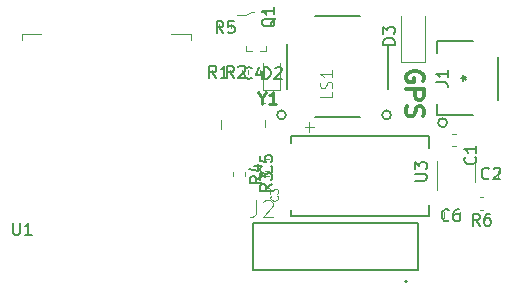
<source format=gbr>
G04 #@! TF.GenerationSoftware,KiCad,Pcbnew,(5.1.5)-3*
G04 #@! TF.CreationDate,2021-08-13T16:15:14-07:00*
G04 #@! TF.ProjectId,Xenigotchi-v1.5,58656e69-676f-4746-9368-692d76312e35,rev?*
G04 #@! TF.SameCoordinates,Original*
G04 #@! TF.FileFunction,Legend,Top*
G04 #@! TF.FilePolarity,Positive*
%FSLAX46Y46*%
G04 Gerber Fmt 4.6, Leading zero omitted, Abs format (unit mm)*
G04 Created by KiCad (PCBNEW (5.1.5)-3) date 2021-08-13 16:15:14*
%MOMM*%
%LPD*%
G04 APERTURE LIST*
%ADD10C,0.300000*%
%ADD11C,0.120000*%
%ADD12C,0.152400*%
%ADD13C,0.127000*%
%ADD14C,0.100000*%
%ADD15C,0.200000*%
%ADD16C,0.150000*%
%ADD17C,0.015000*%
%ADD18C,0.250000*%
G04 APERTURE END LIST*
D10*
X182450000Y-103128571D02*
X182521428Y-102985714D01*
X182521428Y-102771428D01*
X182450000Y-102557142D01*
X182307142Y-102414285D01*
X182164285Y-102342857D01*
X181878571Y-102271428D01*
X181664285Y-102271428D01*
X181378571Y-102342857D01*
X181235714Y-102414285D01*
X181092857Y-102557142D01*
X181021428Y-102771428D01*
X181021428Y-102914285D01*
X181092857Y-103128571D01*
X181164285Y-103200000D01*
X181664285Y-103200000D01*
X181664285Y-102914285D01*
X181021428Y-103842857D02*
X182521428Y-103842857D01*
X182521428Y-104414285D01*
X182450000Y-104557142D01*
X182378571Y-104628571D01*
X182235714Y-104700000D01*
X182021428Y-104700000D01*
X181878571Y-104628571D01*
X181807142Y-104557142D01*
X181735714Y-104414285D01*
X181735714Y-103842857D01*
X181092857Y-105271428D02*
X181021428Y-105485714D01*
X181021428Y-105842857D01*
X181092857Y-105985714D01*
X181164285Y-106057142D01*
X181307142Y-106128571D01*
X181450000Y-106128571D01*
X181592857Y-106057142D01*
X181664285Y-105985714D01*
X181735714Y-105842857D01*
X181807142Y-105557142D01*
X181878571Y-105414285D01*
X181950000Y-105342857D01*
X182092857Y-105271428D01*
X182235714Y-105271428D01*
X182378571Y-105342857D01*
X182450000Y-105414285D01*
X182521428Y-105557142D01*
X182521428Y-105914285D01*
X182450000Y-106128571D01*
D11*
X180600000Y-101550000D02*
X180600000Y-97650000D01*
X182600000Y-101550000D02*
X182600000Y-97650000D01*
X180600000Y-101550000D02*
X182600000Y-101550000D01*
D12*
X179740200Y-106001500D02*
G75*
G03X179740200Y-106001500I-381000J0D01*
G01*
D11*
X183590000Y-109900000D02*
X183590000Y-112350000D01*
X186810000Y-111700000D02*
X186810000Y-109900000D01*
X187562779Y-112990000D02*
X187237221Y-112990000D01*
X187562779Y-114010000D02*
X187237221Y-114010000D01*
D12*
X170840200Y-106001500D02*
G75*
G03X170840200Y-106001500I-381000J0D01*
G01*
X184482500Y-106659200D02*
G75*
G03X184482500Y-106659200I-381000J0D01*
G01*
X183596500Y-105062940D02*
X183596500Y-106024200D01*
X186691261Y-99775800D02*
X183596500Y-99775800D01*
X188803500Y-104719559D02*
X188803500Y-101080441D01*
X183596500Y-106024200D02*
X186691261Y-106024200D01*
X183596500Y-99775800D02*
X183596500Y-100737060D01*
D13*
X179450000Y-103800000D02*
X179450000Y-100000000D01*
X170950000Y-100000000D02*
X170950000Y-103800000D01*
X173300000Y-106150000D02*
X177100000Y-106150000D01*
X177100000Y-97650000D02*
X173300000Y-97650000D01*
D14*
X168125000Y-97250000D02*
X167850000Y-97250000D01*
X167850000Y-97250000D02*
X167475000Y-97525000D01*
X167475000Y-97525000D02*
X167475000Y-97575000D01*
X167475000Y-97575000D02*
X166700000Y-97575000D01*
X167950000Y-100550000D02*
X167475000Y-100550000D01*
X167475000Y-100550000D02*
X167475000Y-100200000D01*
X169125000Y-100325000D02*
X169125000Y-100200000D01*
X169125000Y-100250000D02*
X169125000Y-100550000D01*
X169125000Y-100550000D02*
X168675000Y-100550000D01*
X168750000Y-97250000D02*
X169125000Y-97250000D01*
X169125000Y-97250000D02*
X169125000Y-97550000D01*
D11*
X168610000Y-102562779D02*
X168610000Y-102237221D01*
X167590000Y-102562779D02*
X167590000Y-102237221D01*
D13*
X171250000Y-114037000D02*
X171250000Y-114600000D01*
X171250000Y-114600000D02*
X182950000Y-114600000D01*
X182950000Y-114600000D02*
X182950000Y-113638000D01*
X182950000Y-108762000D02*
X182950000Y-107800000D01*
X182950000Y-107800000D02*
X171250000Y-107800000D01*
X171250000Y-107800000D02*
X171250000Y-108343000D01*
D11*
X162800000Y-99630000D02*
X162800000Y-99120000D01*
X162800000Y-99120000D02*
X161100000Y-99120000D01*
X148500000Y-99630000D02*
X148500000Y-99120000D01*
X148500000Y-99120000D02*
X150100000Y-99120000D01*
D14*
X169050000Y-106400000D02*
X169050000Y-107000000D01*
X165350000Y-106400000D02*
X165350000Y-107200000D01*
X169000000Y-105000000D02*
X169000000Y-105000000D01*
X169100000Y-105000000D02*
X169100000Y-105000000D01*
X169100000Y-105000000D02*
G75*
G02X169000000Y-105000000I-50000J0D01*
G01*
X169000000Y-105000000D02*
G75*
G02X169100000Y-105000000I50000J0D01*
G01*
D13*
X182010000Y-115120000D02*
X182010000Y-119120000D01*
X182010000Y-119120000D02*
X168010000Y-119120000D01*
X168010000Y-119120000D02*
X168010000Y-115120000D01*
X168010000Y-115120000D02*
X182010000Y-115120000D01*
D15*
X181110000Y-120120000D02*
G75*
G03X181110000Y-120120000I-100000J0D01*
G01*
D11*
X166090000Y-102237221D02*
X166090000Y-102562779D01*
X167110000Y-102237221D02*
X167110000Y-102562779D01*
X184190000Y-114178922D02*
X184190000Y-114696078D01*
X185610000Y-114178922D02*
X185610000Y-114696078D01*
X188810000Y-111258578D02*
X188810000Y-110741422D01*
X187390000Y-111258578D02*
X187390000Y-110741422D01*
X169049721Y-110710000D02*
X169375279Y-110710000D01*
X169049721Y-109690000D02*
X169375279Y-109690000D01*
X165190000Y-98337221D02*
X165190000Y-98662779D01*
X166210000Y-98337221D02*
X166210000Y-98662779D01*
X170335000Y-103885000D02*
X170335000Y-101600000D01*
X168865000Y-103885000D02*
X170335000Y-103885000D01*
X168865000Y-101600000D02*
X168865000Y-103885000D01*
X166390000Y-110837221D02*
X166390000Y-111162779D01*
X167410000Y-110837221D02*
X167410000Y-111162779D01*
X184937221Y-108610000D02*
X185262779Y-108610000D01*
X184937221Y-107590000D02*
X185262779Y-107590000D01*
X164590000Y-102237221D02*
X164590000Y-102562779D01*
X165610000Y-102237221D02*
X165610000Y-102562779D01*
X169037221Y-112210000D02*
X169362779Y-112210000D01*
X169037221Y-111190000D02*
X169362779Y-111190000D01*
D16*
X180052380Y-100038095D02*
X179052380Y-100038095D01*
X179052380Y-99800000D01*
X179100000Y-99657142D01*
X179195238Y-99561904D01*
X179290476Y-99514285D01*
X179480952Y-99466666D01*
X179623809Y-99466666D01*
X179814285Y-99514285D01*
X179909523Y-99561904D01*
X180004761Y-99657142D01*
X180052380Y-99800000D01*
X180052380Y-100038095D01*
X179052380Y-99133333D02*
X179052380Y-98514285D01*
X179433333Y-98847619D01*
X179433333Y-98704761D01*
X179480952Y-98609523D01*
X179528571Y-98561904D01*
X179623809Y-98514285D01*
X179861904Y-98514285D01*
X179957142Y-98561904D01*
X180004761Y-98609523D01*
X180052380Y-98704761D01*
X180052380Y-98990476D01*
X180004761Y-99085714D01*
X179957142Y-99133333D01*
X181752380Y-111561904D02*
X182561904Y-111561904D01*
X182657142Y-111514285D01*
X182704761Y-111466666D01*
X182752380Y-111371428D01*
X182752380Y-111180952D01*
X182704761Y-111085714D01*
X182657142Y-111038095D01*
X182561904Y-110990476D01*
X181752380Y-110990476D01*
X181752380Y-110609523D02*
X181752380Y-109990476D01*
X182133333Y-110323809D01*
X182133333Y-110180952D01*
X182180952Y-110085714D01*
X182228571Y-110038095D01*
X182323809Y-109990476D01*
X182561904Y-109990476D01*
X182657142Y-110038095D01*
X182704761Y-110085714D01*
X182752380Y-110180952D01*
X182752380Y-110466666D01*
X182704761Y-110561904D01*
X182657142Y-110609523D01*
X187233333Y-115382380D02*
X186900000Y-114906190D01*
X186661904Y-115382380D02*
X186661904Y-114382380D01*
X187042857Y-114382380D01*
X187138095Y-114430000D01*
X187185714Y-114477619D01*
X187233333Y-114572857D01*
X187233333Y-114715714D01*
X187185714Y-114810952D01*
X187138095Y-114858571D01*
X187042857Y-114906190D01*
X186661904Y-114906190D01*
X188090476Y-114382380D02*
X187900000Y-114382380D01*
X187804761Y-114430000D01*
X187757142Y-114477619D01*
X187661904Y-114620476D01*
X187614285Y-114810952D01*
X187614285Y-115191904D01*
X187661904Y-115287142D01*
X187709523Y-115334761D01*
X187804761Y-115382380D01*
X187995238Y-115382380D01*
X188090476Y-115334761D01*
X188138095Y-115287142D01*
X188185714Y-115191904D01*
X188185714Y-114953809D01*
X188138095Y-114858571D01*
X188090476Y-114810952D01*
X187995238Y-114763333D01*
X187804761Y-114763333D01*
X187709523Y-114810952D01*
X187661904Y-114858571D01*
X187614285Y-114953809D01*
X183553880Y-103233333D02*
X184268166Y-103233333D01*
X184411023Y-103280952D01*
X184506261Y-103376190D01*
X184553880Y-103519047D01*
X184553880Y-103614285D01*
X184553880Y-102233333D02*
X184553880Y-102804761D01*
X184553880Y-102519047D02*
X183553880Y-102519047D01*
X183696738Y-102614285D01*
X183791976Y-102709523D01*
X183839595Y-102804761D01*
X185652380Y-102900000D02*
X185890476Y-102900000D01*
X185795238Y-103138095D02*
X185890476Y-102900000D01*
X185795238Y-102661904D01*
X186080952Y-103042857D02*
X185890476Y-102900000D01*
X186080952Y-102757142D01*
D17*
X174752380Y-104042857D02*
X174752380Y-104519047D01*
X173752380Y-104519047D01*
X174704761Y-103757142D02*
X174752380Y-103614285D01*
X174752380Y-103376190D01*
X174704761Y-103280952D01*
X174657142Y-103233333D01*
X174561904Y-103185714D01*
X174466666Y-103185714D01*
X174371428Y-103233333D01*
X174323809Y-103280952D01*
X174276190Y-103376190D01*
X174228571Y-103566666D01*
X174180952Y-103661904D01*
X174133333Y-103709523D01*
X174038095Y-103757142D01*
X173942857Y-103757142D01*
X173847619Y-103709523D01*
X173800000Y-103661904D01*
X173752380Y-103566666D01*
X173752380Y-103328571D01*
X173800000Y-103185714D01*
X174752380Y-102233333D02*
X174752380Y-102804761D01*
X174752380Y-102519047D02*
X173752380Y-102519047D01*
X173895238Y-102614285D01*
X173990476Y-102709523D01*
X174038095Y-102804761D01*
D16*
X169947619Y-97795238D02*
X169900000Y-97890476D01*
X169804761Y-97985714D01*
X169661904Y-98128571D01*
X169614285Y-98223809D01*
X169614285Y-98319047D01*
X169852380Y-98271428D02*
X169804761Y-98366666D01*
X169709523Y-98461904D01*
X169519047Y-98509523D01*
X169185714Y-98509523D01*
X168995238Y-98461904D01*
X168900000Y-98366666D01*
X168852380Y-98271428D01*
X168852380Y-98080952D01*
X168900000Y-97985714D01*
X168995238Y-97890476D01*
X169185714Y-97842857D01*
X169519047Y-97842857D01*
X169709523Y-97890476D01*
X169804761Y-97985714D01*
X169852380Y-98080952D01*
X169852380Y-98271428D01*
X169852380Y-96890476D02*
X169852380Y-97461904D01*
X169852380Y-97176190D02*
X168852380Y-97176190D01*
X168995238Y-97271428D01*
X169090476Y-97366666D01*
X169138095Y-97461904D01*
X167933333Y-102857142D02*
X167885714Y-102904761D01*
X167742857Y-102952380D01*
X167647619Y-102952380D01*
X167504761Y-102904761D01*
X167409523Y-102809523D01*
X167361904Y-102714285D01*
X167314285Y-102523809D01*
X167314285Y-102380952D01*
X167361904Y-102190476D01*
X167409523Y-102095238D01*
X167504761Y-102000000D01*
X167647619Y-101952380D01*
X167742857Y-101952380D01*
X167885714Y-102000000D01*
X167933333Y-102047619D01*
X168790476Y-102285714D02*
X168790476Y-102952380D01*
X168552380Y-101904761D02*
X168314285Y-102619047D01*
X168933333Y-102619047D01*
D17*
X170103630Y-112875678D02*
X170134177Y-112906224D01*
X170164723Y-112997864D01*
X170164723Y-113058957D01*
X170134177Y-113150597D01*
X170073084Y-113211690D01*
X170011990Y-113242237D01*
X169889804Y-113272784D01*
X169798164Y-113272784D01*
X169675977Y-113242237D01*
X169614884Y-113211690D01*
X169553791Y-113150597D01*
X169523244Y-113058957D01*
X169523244Y-112997864D01*
X169553791Y-112906224D01*
X169584338Y-112875678D01*
X169523244Y-112661851D02*
X169523244Y-112264745D01*
X169767617Y-112478572D01*
X169767617Y-112386932D01*
X169798164Y-112325839D01*
X169828711Y-112295292D01*
X169889804Y-112264745D01*
X170042537Y-112264745D01*
X170103630Y-112295292D01*
X170134177Y-112325839D01*
X170164723Y-112386932D01*
X170164723Y-112570211D01*
X170134177Y-112631305D01*
X170103630Y-112661851D01*
X172795369Y-107409382D02*
X172795369Y-106641597D01*
X173179261Y-107025490D02*
X172411477Y-107025490D01*
D16*
X147738095Y-115152380D02*
X147738095Y-115961904D01*
X147785714Y-116057142D01*
X147833333Y-116104761D01*
X147928571Y-116152380D01*
X148119047Y-116152380D01*
X148214285Y-116104761D01*
X148261904Y-116057142D01*
X148309523Y-115961904D01*
X148309523Y-115152380D01*
X149309523Y-116152380D02*
X148738095Y-116152380D01*
X149023809Y-116152380D02*
X149023809Y-115152380D01*
X148928571Y-115295238D01*
X148833333Y-115390476D01*
X148738095Y-115438095D01*
D18*
X168823809Y-104576190D02*
X168823809Y-105052380D01*
X168490476Y-104052380D02*
X168823809Y-104576190D01*
X169157142Y-104052380D01*
X170014285Y-105052380D02*
X169442857Y-105052380D01*
X169728571Y-105052380D02*
X169728571Y-104052380D01*
X169633333Y-104195238D01*
X169538095Y-104290476D01*
X169442857Y-104338095D01*
D17*
X168333333Y-113203333D02*
X168333333Y-114203333D01*
X168266666Y-114403333D01*
X168133333Y-114536666D01*
X167933333Y-114603333D01*
X167800000Y-114603333D01*
X168933333Y-113336666D02*
X169000000Y-113270000D01*
X169133333Y-113203333D01*
X169466666Y-113203333D01*
X169600000Y-113270000D01*
X169666666Y-113336666D01*
X169733333Y-113470000D01*
X169733333Y-113603333D01*
X169666666Y-113803333D01*
X168866666Y-114603333D01*
X169733333Y-114603333D01*
D16*
X166433333Y-102852380D02*
X166100000Y-102376190D01*
X165861904Y-102852380D02*
X165861904Y-101852380D01*
X166242857Y-101852380D01*
X166338095Y-101900000D01*
X166385714Y-101947619D01*
X166433333Y-102042857D01*
X166433333Y-102185714D01*
X166385714Y-102280952D01*
X166338095Y-102328571D01*
X166242857Y-102376190D01*
X165861904Y-102376190D01*
X166814285Y-101947619D02*
X166861904Y-101900000D01*
X166957142Y-101852380D01*
X167195238Y-101852380D01*
X167290476Y-101900000D01*
X167338095Y-101947619D01*
X167385714Y-102042857D01*
X167385714Y-102138095D01*
X167338095Y-102280952D01*
X166766666Y-102852380D01*
X167385714Y-102852380D01*
X184633333Y-114894642D02*
X184585714Y-114942261D01*
X184442857Y-114989880D01*
X184347619Y-114989880D01*
X184204761Y-114942261D01*
X184109523Y-114847023D01*
X184061904Y-114751785D01*
X184014285Y-114561309D01*
X184014285Y-114418452D01*
X184061904Y-114227976D01*
X184109523Y-114132738D01*
X184204761Y-114037500D01*
X184347619Y-113989880D01*
X184442857Y-113989880D01*
X184585714Y-114037500D01*
X184633333Y-114085119D01*
X185490476Y-113989880D02*
X185300000Y-113989880D01*
X185204761Y-114037500D01*
X185157142Y-114085119D01*
X185061904Y-114227976D01*
X185014285Y-114418452D01*
X185014285Y-114799404D01*
X185061904Y-114894642D01*
X185109523Y-114942261D01*
X185204761Y-114989880D01*
X185395238Y-114989880D01*
X185490476Y-114942261D01*
X185538095Y-114894642D01*
X185585714Y-114799404D01*
X185585714Y-114561309D01*
X185538095Y-114466071D01*
X185490476Y-114418452D01*
X185395238Y-114370833D01*
X185204761Y-114370833D01*
X185109523Y-114418452D01*
X185061904Y-114466071D01*
X185014285Y-114561309D01*
X188033333Y-111357142D02*
X187985714Y-111404761D01*
X187842857Y-111452380D01*
X187747619Y-111452380D01*
X187604761Y-111404761D01*
X187509523Y-111309523D01*
X187461904Y-111214285D01*
X187414285Y-111023809D01*
X187414285Y-110880952D01*
X187461904Y-110690476D01*
X187509523Y-110595238D01*
X187604761Y-110500000D01*
X187747619Y-110452380D01*
X187842857Y-110452380D01*
X187985714Y-110500000D01*
X188033333Y-110547619D01*
X188414285Y-110547619D02*
X188461904Y-110500000D01*
X188557142Y-110452380D01*
X188795238Y-110452380D01*
X188890476Y-110500000D01*
X188938095Y-110547619D01*
X188985714Y-110642857D01*
X188985714Y-110738095D01*
X188938095Y-110880952D01*
X188366666Y-111452380D01*
X188985714Y-111452380D01*
X169569642Y-110366666D02*
X169617261Y-110414285D01*
X169664880Y-110557142D01*
X169664880Y-110652380D01*
X169617261Y-110795238D01*
X169522023Y-110890476D01*
X169426785Y-110938095D01*
X169236309Y-110985714D01*
X169093452Y-110985714D01*
X168902976Y-110938095D01*
X168807738Y-110890476D01*
X168712500Y-110795238D01*
X168664880Y-110652380D01*
X168664880Y-110557142D01*
X168712500Y-110414285D01*
X168760119Y-110366666D01*
X168664880Y-109461904D02*
X168664880Y-109938095D01*
X169141071Y-109985714D01*
X169093452Y-109938095D01*
X169045833Y-109842857D01*
X169045833Y-109604761D01*
X169093452Y-109509523D01*
X169141071Y-109461904D01*
X169236309Y-109414285D01*
X169474404Y-109414285D01*
X169569642Y-109461904D01*
X169617261Y-109509523D01*
X169664880Y-109604761D01*
X169664880Y-109842857D01*
X169617261Y-109938095D01*
X169569642Y-109985714D01*
X165533333Y-99052380D02*
X165200000Y-98576190D01*
X164961904Y-99052380D02*
X164961904Y-98052380D01*
X165342857Y-98052380D01*
X165438095Y-98100000D01*
X165485714Y-98147619D01*
X165533333Y-98242857D01*
X165533333Y-98385714D01*
X165485714Y-98480952D01*
X165438095Y-98528571D01*
X165342857Y-98576190D01*
X164961904Y-98576190D01*
X166438095Y-98052380D02*
X165961904Y-98052380D01*
X165914285Y-98528571D01*
X165961904Y-98480952D01*
X166057142Y-98433333D01*
X166295238Y-98433333D01*
X166390476Y-98480952D01*
X166438095Y-98528571D01*
X166485714Y-98623809D01*
X166485714Y-98861904D01*
X166438095Y-98957142D01*
X166390476Y-99004761D01*
X166295238Y-99052380D01*
X166057142Y-99052380D01*
X165961904Y-99004761D01*
X165914285Y-98957142D01*
X168961904Y-102952380D02*
X168961904Y-101952380D01*
X169200000Y-101952380D01*
X169342857Y-102000000D01*
X169438095Y-102095238D01*
X169485714Y-102190476D01*
X169533333Y-102380952D01*
X169533333Y-102523809D01*
X169485714Y-102714285D01*
X169438095Y-102809523D01*
X169342857Y-102904761D01*
X169200000Y-102952380D01*
X168961904Y-102952380D01*
X169914285Y-102047619D02*
X169961904Y-102000000D01*
X170057142Y-101952380D01*
X170295238Y-101952380D01*
X170390476Y-102000000D01*
X170438095Y-102047619D01*
X170485714Y-102142857D01*
X170485714Y-102238095D01*
X170438095Y-102380952D01*
X169866666Y-102952380D01*
X170485714Y-102952380D01*
X168782380Y-111166666D02*
X168306190Y-111500000D01*
X168782380Y-111738095D02*
X167782380Y-111738095D01*
X167782380Y-111357142D01*
X167830000Y-111261904D01*
X167877619Y-111214285D01*
X167972857Y-111166666D01*
X168115714Y-111166666D01*
X168210952Y-111214285D01*
X168258571Y-111261904D01*
X168306190Y-111357142D01*
X168306190Y-111738095D01*
X168115714Y-110309523D02*
X168782380Y-110309523D01*
X167734761Y-110547619D02*
X168449047Y-110785714D01*
X168449047Y-110166666D01*
X186857142Y-109566666D02*
X186904761Y-109614285D01*
X186952380Y-109757142D01*
X186952380Y-109852380D01*
X186904761Y-109995238D01*
X186809523Y-110090476D01*
X186714285Y-110138095D01*
X186523809Y-110185714D01*
X186380952Y-110185714D01*
X186190476Y-110138095D01*
X186095238Y-110090476D01*
X186000000Y-109995238D01*
X185952380Y-109852380D01*
X185952380Y-109757142D01*
X186000000Y-109614285D01*
X186047619Y-109566666D01*
X186952380Y-108614285D02*
X186952380Y-109185714D01*
X186952380Y-108900000D02*
X185952380Y-108900000D01*
X186095238Y-108995238D01*
X186190476Y-109090476D01*
X186238095Y-109185714D01*
X164933333Y-102852380D02*
X164600000Y-102376190D01*
X164361904Y-102852380D02*
X164361904Y-101852380D01*
X164742857Y-101852380D01*
X164838095Y-101900000D01*
X164885714Y-101947619D01*
X164933333Y-102042857D01*
X164933333Y-102185714D01*
X164885714Y-102280952D01*
X164838095Y-102328571D01*
X164742857Y-102376190D01*
X164361904Y-102376190D01*
X165885714Y-102852380D02*
X165314285Y-102852380D01*
X165600000Y-102852380D02*
X165600000Y-101852380D01*
X165504761Y-101995238D01*
X165409523Y-102090476D01*
X165314285Y-102138095D01*
X169652380Y-111866666D02*
X169176190Y-112200000D01*
X169652380Y-112438095D02*
X168652380Y-112438095D01*
X168652380Y-112057142D01*
X168700000Y-111961904D01*
X168747619Y-111914285D01*
X168842857Y-111866666D01*
X168985714Y-111866666D01*
X169080952Y-111914285D01*
X169128571Y-111961904D01*
X169176190Y-112057142D01*
X169176190Y-112438095D01*
X168652380Y-111533333D02*
X168652380Y-110914285D01*
X169033333Y-111247619D01*
X169033333Y-111104761D01*
X169080952Y-111009523D01*
X169128571Y-110961904D01*
X169223809Y-110914285D01*
X169461904Y-110914285D01*
X169557142Y-110961904D01*
X169604761Y-111009523D01*
X169652380Y-111104761D01*
X169652380Y-111390476D01*
X169604761Y-111485714D01*
X169557142Y-111533333D01*
M02*

</source>
